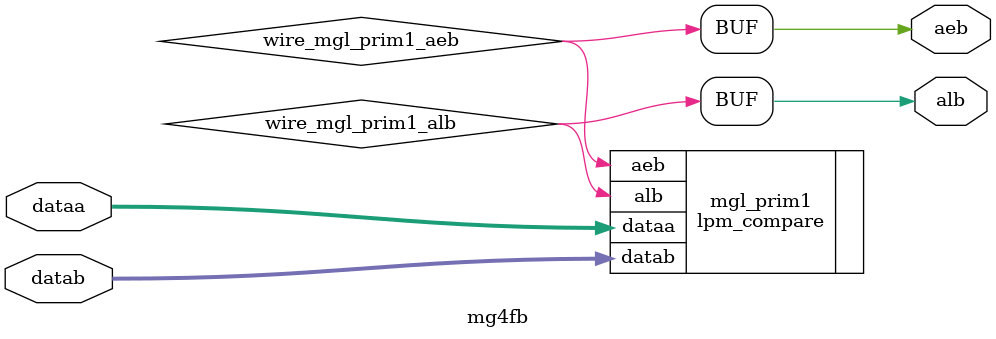
<source format=v>






//synthesis_resources = lpm_compare 1 
//synopsys translate_off
`timescale 1 ps / 1 ps
//synopsys translate_on
module  mg4fb
	( 
	aeb,
	alb,
	dataa,
	datab) /* synthesis synthesis_clearbox=1 */;
	output   aeb;
	output   alb;
	input   [15:0]  dataa;
	input   [15:0]  datab;

	wire  wire_mgl_prim1_aeb;
	wire  wire_mgl_prim1_alb;

	lpm_compare   mgl_prim1
	( 
	.aeb(wire_mgl_prim1_aeb),
	.alb(wire_mgl_prim1_alb),
	.dataa(dataa),
	.datab(datab));
	defparam
		mgl_prim1.lpm_representation = "SIGNED",
		mgl_prim1.lpm_type = "LPM_COMPARE",
		mgl_prim1.lpm_width = 16;
	assign
		aeb = wire_mgl_prim1_aeb,
		alb = wire_mgl_prim1_alb;
endmodule //mg4fb
//VALID FILE

</source>
